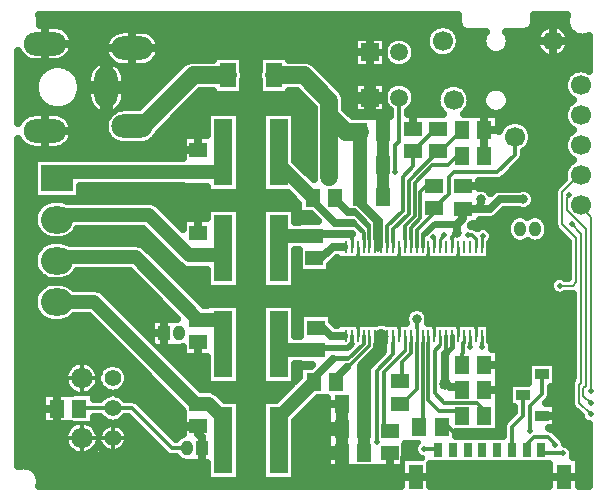
<source format=gbr>
G04 DipTrace 3.3.1.3*
G04 Bottom.gbr*
%MOIN*%
G04 #@! TF.FileFunction,Copper,L2,Bot*
G04 #@! TF.Part,Single*
G04 #@! TA.AperFunction,Nonconductor*
%ADD10C,0.009843*%
G04 #@! TA.AperFunction,CopperBalancing*
%ADD13C,0.03937*%
%ADD14C,0.012992*%
%ADD15C,0.025984*%
G04 #@! TA.AperFunction,Conductor*
%ADD16C,0.015748*%
%ADD17C,0.023622*%
G04 #@! TA.AperFunction,Nonconductor*
%ADD18C,0.019685*%
G04 #@! TA.AperFunction,Conductor*
%ADD19C,0.01122*%
%ADD20C,0.007874*%
G04 #@! TA.AperFunction,CopperBalancing*
%ADD21C,0.047244*%
G04 #@! TA.AperFunction,Conductor*
%ADD22C,0.059055*%
G04 #@! TA.AperFunction,CopperBalancing*
%ADD23C,0.031496*%
%ADD25C,0.003937*%
%ADD26C,0.025*%
%ADD27C,0.043307*%
%ADD28C,0.017717*%
%ADD30R,0.059055X0.051181*%
%ADD31R,0.051181X0.059055*%
%ADD36R,0.055118X0.082677*%
G04 #@! TA.AperFunction,ComponentPad*
%ADD38O,0.137795X0.07874*%
%ADD39O,0.07874X0.137795*%
%ADD40O,0.141732X0.07874*%
%ADD41C,0.066929*%
%ADD42R,0.066929X0.066929*%
%ADD43R,0.05937X0.05937*%
%ADD44C,0.05937*%
%ADD45R,0.106299X0.090551*%
%ADD46O,0.106299X0.090551*%
%ADD47R,0.031496X0.047244*%
%ADD48R,0.051181X0.084646*%
G04 #@! TA.AperFunction,ComponentPad*
%ADD49R,0.03937X0.051181*%
%ADD50O,0.03937X0.051181*%
%ADD52R,0.062992X0.224409*%
%ADD58R,0.049213X0.035433*%
%ADD63R,0.01122X0.03937*%
%ADD64R,0.334646X0.137795*%
G04 #@! TA.AperFunction,ComponentPad*
%ADD69C,0.055118*%
%ADD70C,0.070866*%
G04 #@! TA.AperFunction,ViaPad*
%ADD73C,0.04*%
%FSLAX26Y26*%
G04*
G70*
G90*
G75*
G01*
G04 Bottom*
%LPD*%
X4046526Y829843D2*
D14*
Y770936D1*
D15*
X4043307Y767717D1*
Y673228D1*
X4059055Y657480D1*
X4086614D1*
X4094488Y649606D1*
X4098425D1*
X4043307Y669291D2*
D14*
Y673228D1*
X4066211Y829843D2*
D16*
Y790621D1*
X4046526Y770936D1*
X4303150Y1283465D2*
D15*
X4224409D1*
X4192913Y1251969D1*
X4160711D1*
X4102362D1*
Y1220472D1*
X4082677Y1200787D1*
D17*
X4007874D1*
D18*
X3976378Y1169291D1*
X3972441D1*
D14*
X3967786Y1164636D1*
Y1125118D1*
X4082677Y1173228D2*
D15*
Y1200787D1*
X4098425Y1216535D1*
Y1248031D1*
X4102362Y1251969D1*
X4161417Y1283465D2*
X4160711Y1251969D1*
X4066211Y1125118D2*
D19*
Y1151299D1*
D14*
Y1156762D1*
X4082677Y1173228D1*
X2935039Y588189D2*
X2824409D1*
X2822835Y586614D1*
X2935039Y588189D2*
X2998425D1*
X3132480Y454134D1*
X3181693D1*
X4003937Y1157480D2*
X4007156Y1154261D1*
D19*
Y1125118D1*
X4039370Y1165354D2*
X4026841Y1152825D1*
Y1125118D1*
X3889046D2*
Y1098937D1*
D14*
Y1075521D1*
X3987471Y1125118D2*
D19*
Y1098937D1*
D14*
Y1075521D1*
X4085896Y1125118D2*
D19*
Y1098937D1*
D14*
Y1075521D1*
X3834646Y1507874D2*
D13*
Y1397638D1*
Y1291339D1*
X3889046Y1098937D2*
D14*
Y1026693D1*
X3938259Y977480D1*
X3987471Y1098937D2*
Y1026693D1*
X3938259Y977480D1*
X4085896Y1098937D2*
Y1055836D1*
X4007541Y977480D1*
X3938259D1*
X3699341Y600306D2*
D13*
Y519980D1*
Y439655D1*
X3699136D1*
X3751251Y1125118D2*
D19*
Y1098937D1*
D14*
Y1087332D1*
X3779528Y1059055D1*
X3856684D1*
X3938259Y977480D1*
X3751251Y829843D2*
D19*
Y856024D1*
D14*
Y906230D1*
X3822501Y977480D1*
X3938259D1*
X4007156Y829843D2*
D19*
Y856024D1*
D14*
Y908583D1*
X3938259Y977480D1*
X4085896Y829843D2*
D19*
Y856024D1*
D14*
Y928416D1*
X4036832Y977480D1*
X3938259D1*
X4144951Y829843D2*
D19*
Y856024D1*
D14*
Y957411D1*
X4124882Y977480D1*
X3938259D1*
X4173228Y1429134D2*
D15*
Y1515748D1*
X4031496Y523622D2*
D14*
X4055118D1*
X4082677Y496063D1*
X4228346D1*
Y570866D1*
X4244094Y586614D1*
Y728346D1*
X4263780Y748031D1*
Y767717D1*
X3889046Y829843D2*
D19*
Y856024D1*
D14*
Y928268D1*
X3938259Y977480D1*
X3231693Y454134D2*
D15*
Y491131D1*
X3220472Y502352D1*
Y527559D1*
X2831890Y688189D2*
D14*
X2887896D1*
X2888902Y689194D1*
X2935039Y488189D2*
X2831890D1*
Y539563D1*
Y688189D2*
Y639059D1*
X2829201Y636370D1*
X2752609D1*
X2748031Y631793D1*
Y586614D1*
X3759843Y1397638D2*
D21*
Y1507874D1*
Y1397638D2*
Y1291339D1*
X3657480Y1358268D2*
D22*
Y1547244D1*
Y1610236D1*
X3570866Y1696850D1*
X3472441D1*
X3810306Y1125118D2*
D19*
Y1151299D1*
D14*
Y1207944D1*
X3816929Y1214567D1*
D23*
X3759843Y1271654D1*
Y1291339D1*
X3829991Y1125118D2*
D19*
Y1151299D1*
D14*
Y1201505D1*
X3816929Y1214567D1*
X3819786Y1114190D2*
X3816929Y1214567D1*
X3759843Y1507874D2*
D22*
X3712598D1*
X3673228Y1547244D1*
X3657480D1*
X3773940Y439655D2*
D13*
Y519980D1*
X3774144D1*
Y600306D2*
D21*
Y519980D1*
X3849676Y829843D2*
D19*
X3829991D1*
X3810306D1*
X3829991D2*
D21*
X3826772Y779528D1*
X3774144Y726900D1*
Y600306D1*
D14*
D3*
X3948101Y1125118D2*
Y1180385D1*
X4006352Y1238635D1*
Y1254068D1*
X4055118Y1302835D1*
Y1358268D1*
X4070866Y1374016D1*
X4216535D1*
X4275591Y1433071D1*
Y1492126D1*
X3908731Y1125118D2*
D19*
Y1151299D1*
D14*
Y1196133D1*
X3940945Y1228346D1*
Y1338583D1*
X4000000Y1397638D1*
X4051181D1*
X4098425Y1444882D1*
Y1429134D1*
X3928416Y1125118D2*
D19*
Y1151299D1*
D14*
Y1188259D1*
X3960630Y1220472D1*
Y1307087D1*
X3980315Y1326772D1*
X4006352D1*
Y1328871D1*
X3948101Y829843D2*
D19*
Y803661D1*
D14*
Y652825D1*
X3897638Y602362D1*
X3893701D1*
X3948101Y829843D2*
D19*
Y856024D1*
D14*
Y885109D1*
X3948819Y885827D1*
X3908731Y829843D2*
D19*
Y778810D1*
D14*
X3838583Y708661D1*
Y511811D1*
X3858268D1*
X4026841Y829843D2*
D19*
Y798495D1*
D14*
X4007874Y779528D1*
Y637795D1*
X4039370Y606299D1*
X4149606D1*
X4169291Y586614D1*
X4173739Y561626D1*
X3987471Y829843D2*
D19*
Y803661D1*
D14*
Y614891D1*
X4023622Y578740D1*
X4098936D1*
Y561626D1*
X4098731Y732503D2*
Y767411D1*
X4102362Y771042D1*
Y803661D1*
D19*
X4105581D1*
Y829843D1*
X3967786D2*
Y803661D1*
D14*
Y547962D1*
X3956693Y536869D1*
Y523622D1*
X3605619Y675071D2*
D21*
X3488189Y557640D1*
Y480315D1*
X3770936Y829843D2*
D14*
Y802432D1*
X3718583Y750079D1*
X3668126D1*
D15*
X3605619Y687572D1*
D14*
Y675071D1*
X3716535Y724409D2*
D15*
X3680423Y688297D1*
D14*
Y675071D1*
X3790621Y829843D2*
D19*
Y794558D1*
D14*
X3680423Y684360D1*
Y675071D1*
X3711881Y829843D2*
D19*
X3705630D1*
D15*
X3663370D1*
X3636873Y856340D1*
D14*
X3613493D1*
X3770936Y1125118D2*
D19*
Y1151299D1*
D14*
Y1172324D1*
X3736883Y1206377D1*
D15*
X3675513D1*
X3606299Y1275591D1*
D14*
Y1283465D1*
X3602362Y1287402D1*
D21*
X3488189Y1401575D1*
Y1440655D1*
X3677165Y1287402D2*
D14*
X3692913D1*
Y1267717D1*
D15*
X3720472Y1240157D1*
X3740157D1*
D14*
X3790621Y1189694D1*
Y1151299D1*
D19*
Y1125118D1*
X3731566D2*
Y1151299D1*
D14*
Y1168873D1*
D15*
X3613493D1*
D14*
X3607243Y1162622D1*
D21*
X3488189D1*
Y1120542D1*
X3607243Y1087819D2*
D15*
X3630827D1*
X3668126Y1125118D1*
X3704724D1*
D19*
X3711881D1*
X3303150Y480315D2*
D21*
Y555118D1*
X3255906Y602362D1*
X3220472D1*
X3212598D1*
X2874016Y940945D1*
X2748031D1*
X3303150Y800428D2*
Y881890D1*
X3220472D1*
X3011811Y1090551D1*
X2775591D1*
X2763780Y1078740D1*
X2748031D1*
X3303150Y1440655D2*
Y1374016D1*
X3220472D1*
X2783465D1*
D14*
Y1385827D1*
X2748031D1*
Y1354331D1*
X3303150Y1120542D2*
D21*
Y1098425D1*
X3220472D1*
X3188976D1*
X3055118Y1232283D1*
X2748031D1*
Y1216535D1*
X3869361Y1125118D2*
D19*
Y1141732D1*
D14*
Y1184322D1*
X3921260Y1236220D1*
Y1346457D1*
X4019685Y1444882D1*
X4027559D1*
X4098425Y1515748D1*
X4019685Y1519685D2*
X4011811D1*
X3937008Y1444882D1*
X3849676Y1125118D2*
D19*
Y1141732D1*
D14*
Y1194156D1*
X3901575Y1246055D1*
Y1358268D1*
X3937008Y1393701D1*
Y1444882D1*
X4118110Y1165354D2*
X4130896D1*
X4144951Y1151299D1*
D19*
Y1125118D1*
X4165354Y791339D2*
D14*
Y802944D1*
X4164636Y803661D1*
D19*
Y829843D1*
Y1125118D2*
Y1161417D1*
X4169291D1*
X3318903Y1696850D2*
D22*
X3204724D1*
X3035433Y1527559D1*
X3000000D1*
X3876986Y1374356D2*
D14*
Y1463934D1*
X3888438Y1475387D1*
Y1621906D1*
X3889761Y1623228D1*
X3928416Y829843D2*
D19*
Y803661D1*
D14*
Y770936D1*
X3897638Y740157D1*
Y681102D1*
X3893701Y677165D1*
X4425197Y996063D2*
D20*
X4468504D1*
X4480315Y1007874D1*
Y1153543D1*
X4433071Y1200787D1*
Y1307087D1*
X4489764Y1363780D1*
X4496063D1*
X4456693Y1299213D2*
Y1295276D1*
X4448819Y1287402D1*
Y1248031D1*
X4511811Y1185039D1*
Y661417D1*
X4503937Y653543D1*
Y629921D1*
X4527559Y606299D1*
X4464567Y1200787D2*
X4496063Y1169291D1*
Y673228D1*
X4488189Y665354D1*
Y606299D1*
X4527559Y566929D1*
Y645669D2*
Y1224409D1*
X4496063Y1255906D1*
Y1263780D1*
X4326772Y511811D2*
D14*
Y594488D1*
X4366142Y633858D1*
Y700787D1*
X4125984Y791339D2*
Y802944D1*
X4125266Y803661D1*
D19*
Y829843D1*
X3731566D2*
D14*
Y801017D1*
D18*
X3718131Y787583D1*
X3613493D1*
Y781537D1*
D21*
X3507080D1*
X3488189Y800428D1*
X3972441Y452756D2*
D14*
X4015748D1*
X4019685Y448819D1*
X4070866Y437008D2*
Y446850D1*
X4068898Y448819D1*
X4118110Y437008D2*
Y448819D1*
X4169291Y437008D2*
Y446850D1*
X4167323Y448819D1*
X4216535Y437008D2*
Y448819D1*
X3814961Y476378D2*
Y712598D1*
X3869361Y766999D1*
Y804379D1*
D19*
Y829843D1*
X4409449Y464567D2*
D14*
Y468504D1*
X4385827Y492126D1*
X4338583D1*
X4314961Y468504D1*
Y448819D1*
X4437008Y437008D2*
X4375984D1*
X4364173Y448819D1*
X4303150Y631891D2*
Y562992D1*
X4265748Y525591D1*
Y448819D1*
D13*
X3657480Y1358268D3*
D73*
X4043307Y669291D3*
X4515748Y496063D3*
D18*
X4169291Y1161417D3*
X4165354Y791339D3*
X4118110Y1165354D3*
X4125984Y791339D3*
X4039370Y1165354D3*
X4003937Y1157480D3*
X4527559Y645669D3*
Y606299D3*
Y566929D3*
X4464567Y1200787D3*
X4456693Y1299213D3*
D13*
X3826772Y779528D3*
D23*
X3948819Y885827D3*
D73*
X4007874Y944882D3*
D23*
X4303150Y1283465D3*
D18*
X3876986Y1374356D3*
D23*
X4161417Y1283465D3*
D18*
X4326772Y511811D3*
D23*
X4082677Y1173228D3*
D73*
X3401575Y598425D3*
X4381890Y976378D3*
X3874016D3*
X3759843D3*
X4141732D3*
X4381890Y767717D3*
X3070866Y370079D3*
D18*
X3263780Y1624016D3*
D73*
X3401575Y921260D3*
Y1338583D3*
Y370079D3*
Y679790D3*
Y997375D3*
X2889764Y1158793D3*
Y1006562D3*
D18*
X4425197Y996063D3*
D73*
X2889764Y837385D3*
Y1311024D3*
X3464567Y1868110D3*
D18*
X3291339Y1624016D3*
X4409449Y464567D3*
X4437008Y437008D3*
X3972441Y452756D3*
X4070866Y437008D3*
X4118110D3*
X4169291D3*
D73*
X3637518Y590551D3*
D18*
X4216535Y437008D3*
D73*
X3637518Y492126D3*
D18*
X3251969Y1775591D3*
D73*
X3921260Y1868110D3*
D18*
X3295276Y1775591D3*
D73*
X4263780Y976378D3*
Y767717D3*
X4480315Y464567D3*
D18*
X3814961Y476378D3*
X3263780Y1578740D3*
X3291339D3*
X3277559Y1600394D3*
X3251969Y1816929D3*
X3295276D3*
X3273622Y1797244D3*
X3670492Y756806D2*
D25*
X3722016D1*
X3670492Y753000D2*
X3722016D1*
X3722406Y760612D2*
X3670102D1*
X3670094Y752054D1*
X3722406Y752047D1*
X3722413Y760605D1*
X2694818Y1872080D2*
D26*
X4083559D1*
X4341614D2*
X4442975D1*
X2787255Y1847211D2*
X2949152D1*
X3050824D2*
X3989148D1*
X4081705D2*
X4098487D1*
X4326722D2*
X4355310D1*
X2802362Y1822343D2*
X2915924D1*
X3084089D2*
X3735841D1*
X3846843D2*
X3866352D1*
X3913157D2*
X3977270D1*
X4093583D2*
X4165411D1*
X4259798D2*
X4343432D1*
X4459709D2*
X4521597D1*
X2805089Y1797474D2*
X2906091D1*
X3093921D2*
X3735841D1*
X3939604D2*
X3977773D1*
X4093080D2*
X4166056D1*
X4259152D2*
X4343934D1*
X4459243D2*
X4521597D1*
X2797409Y1772605D2*
X2907060D1*
X3092953D2*
X3735841D1*
X3945273D2*
X3991121D1*
X4079768D2*
X4184609D1*
X4240564D2*
X4357248D1*
X4445894D2*
X4521597D1*
X2622475Y1747736D2*
X2645320D1*
X2772004D2*
X2895290D1*
X3080572D2*
X3187925D1*
X3372274D2*
X3419055D1*
X3587652D2*
X3735841D1*
X3938528D2*
X4521597D1*
X2622475Y1722867D2*
X2707688D1*
X2796226D2*
X2859442D1*
X2967322D2*
X3153476D1*
X3372274D2*
X3419055D1*
X3622101D2*
X3735841D1*
X3846843D2*
X3871950D1*
X3907559D2*
X4521597D1*
X2622475Y1697999D2*
X2683286D1*
X2820627D2*
X2849143D1*
X2977621D2*
X3128609D1*
X3374248D2*
X3417081D1*
X3646969D2*
X4448249D1*
X2622475Y1673130D2*
X2673454D1*
X2830459D2*
X2848175D1*
X2978589D2*
X3103741D1*
X3372274D2*
X3419055D1*
X3671836D2*
X3735841D1*
X3846843D2*
X3869366D1*
X3910143D2*
X4437556D1*
X2622475Y1648261D2*
X2672413D1*
X2831500D2*
X2848175D1*
X2978589D2*
X3078874D1*
X3372274D2*
X3419055D1*
X3696703D2*
X3735841D1*
X3938993D2*
X4022950D1*
X4118773D2*
X4179083D1*
X4246126D2*
X4438920D1*
X2622475Y1623392D2*
X2679769D1*
X2824180D2*
X2848353D1*
X2978409D2*
X3054005D1*
X3208499D2*
X3567077D1*
X3711165D2*
X3735841D1*
X3945273D2*
X4012329D1*
X4129395D2*
X4164945D1*
X4260265D2*
X4453633D1*
X2622475Y1598524D2*
X2699039D1*
X2804909D2*
X2855530D1*
X2971234D2*
X3029138D1*
X3183631D2*
X3591946D1*
X3712852D2*
X3735841D1*
X3939173D2*
X4013764D1*
X4127959D2*
X4166739D1*
X4258471D2*
X4448644D1*
X2622475Y1573655D2*
X2664375D1*
X2752950D2*
X2879537D1*
X3158764D2*
X3245843D1*
X3360469D2*
X3430861D1*
X3545524D2*
X3602136D1*
X3920765D2*
X4028584D1*
X4113176D2*
X4188126D1*
X4237084D2*
X4437629D1*
X2793283Y1548786D2*
X2908962D1*
X3133896D2*
X3245843D1*
X3360469D2*
X3430861D1*
X3545524D2*
X3602136D1*
X4224631D2*
X4269223D1*
X4281953D2*
X4438777D1*
X2804192Y1523917D2*
X2905374D1*
X3109029D2*
X3245843D1*
X3360469D2*
X3430861D1*
X3545524D2*
X3602136D1*
X4325143D2*
X4453130D1*
X2804049Y1499049D2*
X2912119D1*
X3087857D2*
X3245843D1*
X3360469D2*
X3430861D1*
X3545524D2*
X3602136D1*
X4334474D2*
X4449039D1*
X2792816Y1474180D2*
X2935085D1*
X3064927D2*
X3165104D1*
X3360469D2*
X3430861D1*
X3545524D2*
X3602136D1*
X4331962D2*
X4437736D1*
X2622475Y1449311D2*
X2669686D1*
X2747639D2*
X3165104D1*
X3360469D2*
X3430861D1*
X3545524D2*
X3602136D1*
X4315419D2*
X4438633D1*
X2622475Y1424442D2*
X3165104D1*
X3360469D2*
X3430861D1*
X3545524D2*
X3602136D1*
X4306627D2*
X4452592D1*
X2622475Y1399573D2*
X2669041D1*
X3360469D2*
X3430861D1*
X3559088D2*
X3602136D1*
X4286783D2*
X4449470D1*
X2622475Y1374705D2*
X2669041D1*
X3360469D2*
X3430861D1*
X3583955D2*
X3602136D1*
X4261916D2*
X4437844D1*
X2622475Y1349836D2*
X2669041D1*
X3360469D2*
X3430861D1*
X4236509D2*
X4434757D1*
X2622475Y1324967D2*
X2669041D1*
X2827014D2*
X3245843D1*
X3360469D2*
X3430861D1*
X4157707D2*
X4409997D1*
X2622475Y1300098D2*
X2669041D1*
X2827014D2*
X3520787D1*
X4341004D2*
X4403323D1*
X2622475Y1275230D2*
X2702126D1*
X3076589D2*
X3545655D1*
X4343839D2*
X4403323D1*
X2622475Y1250361D2*
X2677975D1*
X3105942D2*
X3245843D1*
X3360469D2*
X3430861D1*
X4326399D2*
X4403323D1*
X2622475Y1225492D2*
X2669650D1*
X3130810D2*
X3245843D1*
X3360469D2*
X3430861D1*
X3545524D2*
X3602531D1*
X4220290D2*
X4264415D1*
X4370644D2*
X4403323D1*
X2622475Y1200623D2*
X2670942D1*
X3360469D2*
X3430861D1*
X4135280D2*
X4248123D1*
X4386936D2*
X4403323D1*
X2622475Y1175755D2*
X2682497D1*
X2813558D2*
X3042738D1*
X3360469D2*
X3430861D1*
X4201702D2*
X4247155D1*
X4387904D2*
X4417030D1*
X2622475Y1150886D2*
X2717735D1*
X2778320D2*
X3067606D1*
X3360469D2*
X3430861D1*
X4203245D2*
X4257597D1*
X4377462D2*
X4441899D1*
X2622475Y1126017D2*
X2687951D1*
X3045083D2*
X3092474D1*
X3360469D2*
X3430861D1*
X4196068D2*
X4450546D1*
X2622475Y1101148D2*
X2672808D1*
X3070094D2*
X3117341D1*
X3360469D2*
X3430861D1*
X4196068D2*
X4450546D1*
X2622475Y1076280D2*
X2669112D1*
X3094962D2*
X3142209D1*
X3360469D2*
X3430861D1*
X3673164D2*
X4450546D1*
X2622475Y1051411D2*
X2674745D1*
X3119829D2*
X3165104D1*
X3360469D2*
X3430861D1*
X3662614D2*
X4450546D1*
X2622475Y1026542D2*
X2693155D1*
X2802936D2*
X3006925D1*
X3144734D2*
X3245843D1*
X3360469D2*
X3430861D1*
X3545524D2*
X4409602D1*
X2622475Y1001673D2*
X2705749D1*
X2790304D2*
X3031794D1*
X3169601D2*
X3245843D1*
X3360469D2*
X3430861D1*
X3545524D2*
X4390010D1*
X2622475Y976804D2*
X2679160D1*
X2906822D2*
X3056661D1*
X3194469D2*
X4395680D1*
X2622475Y951936D2*
X2669937D1*
X2931904D2*
X3081529D1*
X3219336D2*
X4466299D1*
X2622475Y927067D2*
X2670475D1*
X2956772D2*
X3106396D1*
X3360469D2*
X3430861D1*
X3545524D2*
X4466299D1*
X2622475Y902198D2*
X2681062D1*
X2981676D2*
X3131264D1*
X3360469D2*
X3430861D1*
X3545524D2*
X3558143D1*
X3668857D2*
X3910848D1*
X3986791D2*
X4466299D1*
X2622475Y877329D2*
X2711993D1*
X2784097D2*
X2868736D1*
X3006543D2*
X3059424D1*
X3360469D2*
X3430861D1*
X3545524D2*
X3558143D1*
X3669755D2*
X3908193D1*
X3989446D2*
X4466299D1*
X2622475Y852461D2*
X2893604D1*
X3031411D2*
X3059424D1*
X3360469D2*
X3430861D1*
X3545524D2*
X3558143D1*
X4196068D2*
X4466299D1*
X2622475Y827592D2*
X2918471D1*
X3360469D2*
X3430861D1*
X4196068D2*
X4466299D1*
X2622475Y802723D2*
X2943339D1*
X3360469D2*
X3430861D1*
X4199010D2*
X4466299D1*
X2622475Y777854D2*
X2968206D1*
X3106014D2*
X3165104D1*
X3360469D2*
X3430861D1*
X4224955D2*
X4466299D1*
X2622475Y752986D2*
X2993075D1*
X3130882D2*
X3245843D1*
X3360469D2*
X3430861D1*
X4224955D2*
X4466299D1*
X2622475Y728117D2*
X2786274D1*
X2877504D2*
X2900996D1*
X2969080D2*
X3017942D1*
X3155749D2*
X3245843D1*
X3360469D2*
X3430861D1*
X3545524D2*
X3592304D1*
X4224955D2*
X4315694D1*
X4416576D2*
X4466299D1*
X2622475Y703248D2*
X2772602D1*
X2986161D2*
X3042810D1*
X3180617D2*
X3245843D1*
X3360469D2*
X3430861D1*
X4224955D2*
X4315694D1*
X4416576D2*
X4466299D1*
X2622475Y678379D2*
X2771454D1*
X2987488D2*
X3067677D1*
X3205486D2*
X3245843D1*
X3360469D2*
X3430861D1*
X4224631D2*
X4315694D1*
X4416576D2*
X4461743D1*
X2622475Y653510D2*
X2781967D1*
X2881810D2*
X2895290D1*
X2974786D2*
X3092546D1*
X3230353D2*
X3515154D1*
X4224631D2*
X4252717D1*
X4398455D2*
X4458441D1*
X2622475Y628642D2*
X2696600D1*
X2874238D2*
X2901677D1*
X2968398D2*
X3117413D1*
X3298533D2*
X3490286D1*
X4224631D2*
X4252717D1*
X4397988D2*
X4458441D1*
X2622475Y603773D2*
X2696600D1*
X3027500D2*
X3142281D1*
X3360469D2*
X3430861D1*
X3603226D2*
X3647925D1*
X4225171D2*
X4252717D1*
X4416576D2*
X4458549D1*
X2622475Y578904D2*
X2696600D1*
X3052403D2*
X3165104D1*
X3360469D2*
X3430861D1*
X3578357D2*
X3647925D1*
X4225171D2*
X4270839D1*
X4416576D2*
X4474517D1*
X2622475Y554035D2*
X2696600D1*
X2874238D2*
X2894824D1*
X2975252D2*
X2987907D1*
X3077270D2*
X3165104D1*
X3360469D2*
X3430861D1*
X3553490D2*
X3647925D1*
X4225171D2*
X4249524D1*
X4416576D2*
X4494505D1*
X2622475Y529167D2*
X2787278D1*
X2876499D2*
X2902360D1*
X2967717D2*
X3012774D1*
X3102139D2*
X3165104D1*
X3360469D2*
X3430861D1*
X3545524D2*
X3647925D1*
X4416576D2*
X4521597D1*
X2622475Y504298D2*
X2772888D1*
X2985802D2*
X3037643D1*
X3127007D2*
X3165104D1*
X3360469D2*
X3430861D1*
X3545524D2*
X3647925D1*
X4082925D2*
X4233411D1*
X4418335D2*
X4521597D1*
X2622475Y479429D2*
X2771274D1*
X2987668D2*
X3062510D1*
X3360469D2*
X3430861D1*
X3545524D2*
X3647710D1*
X4441588D2*
X4521597D1*
X2622475Y454560D2*
X2781214D1*
X2975719D2*
X3087378D1*
X3360469D2*
X3430861D1*
X3545524D2*
X3647710D1*
X4467639D2*
X4521597D1*
X2622475Y429692D2*
X2823845D1*
X2839930D2*
X3112891D1*
X3360469D2*
X3430861D1*
X3545524D2*
X3647710D1*
X4471874D2*
X4521597D1*
X2622475Y404823D2*
X3245843D1*
X3360469D2*
X3430861D1*
X3545524D2*
X3647710D1*
X4490390D2*
X4521597D1*
X2680356Y379954D2*
X3245843D1*
X3360469D2*
X3430861D1*
X3545524D2*
X3893480D1*
X3996301D2*
X4387570D1*
X4490390D2*
X4521597D1*
X2693669Y355085D2*
X3245843D1*
X3360469D2*
X3430861D1*
X3545524D2*
X3893480D1*
X3996301D2*
X4387570D1*
X4490390D2*
X4521597D1*
X2693705Y330217D2*
X3893480D1*
X3996301D2*
X4387570D1*
X4490390D2*
X4521597D1*
X3918265Y1568602D2*
X4036984D1*
X4030709Y1574016D1*
X4024921Y1580793D1*
X4020265Y1588391D1*
X4016854Y1596623D1*
X4014774Y1605289D1*
X4014075Y1614173D1*
X4014774Y1623058D1*
X4016854Y1631723D1*
X4020265Y1639955D1*
X4024921Y1647554D1*
X4030709Y1654331D1*
X4037486Y1660118D1*
X4045084Y1664774D1*
X4053316Y1668185D1*
X4061982Y1670265D1*
X4070866Y1670965D1*
X4079751Y1670265D1*
X4088416Y1668185D1*
X4096648Y1664774D1*
X4104247Y1660118D1*
X4111024Y1654331D1*
X4116811Y1647554D1*
X4121467Y1639955D1*
X4124878Y1631723D1*
X4126958Y1623058D1*
X4127657Y1614173D1*
X4126958Y1605289D1*
X4124878Y1596623D1*
X4121467Y1588391D1*
X4116811Y1580793D1*
X4111024Y1574016D1*
X4104726Y1568605D1*
X4205387Y1568644D1*
X4198354Y1570333D1*
X4191672Y1573101D1*
X4185504Y1576881D1*
X4180004Y1581579D1*
X4175306Y1587079D1*
X4171526Y1593247D1*
X4168759Y1599929D1*
X4167070Y1606962D1*
X4166503Y1614173D1*
X4167070Y1621385D1*
X4168759Y1628417D1*
X4171526Y1635100D1*
X4175306Y1641268D1*
X4180004Y1646768D1*
X4185504Y1651466D1*
X4191672Y1655245D1*
X4198354Y1658013D1*
X4205387Y1659702D1*
X4212598Y1660269D1*
X4219810Y1659702D1*
X4226843Y1658013D1*
X4233525Y1655245D1*
X4239693Y1651466D1*
X4245193Y1646768D1*
X4249891Y1641268D1*
X4253671Y1635100D1*
X4256438Y1628417D1*
X4258127Y1621385D1*
X4258694Y1614173D1*
X4258127Y1606962D1*
X4256438Y1599929D1*
X4253671Y1593247D1*
X4249891Y1587079D1*
X4245193Y1581579D1*
X4239693Y1576881D1*
X4233525Y1573101D1*
X4226843Y1570333D1*
X4219458Y1568604D1*
X4222146Y1568602D1*
Y1511339D1*
X4224990Y1517908D1*
X4229646Y1525507D1*
X4235433Y1532283D1*
X4242210Y1538071D1*
X4249808Y1542727D1*
X4258041Y1546138D1*
X4266706Y1548218D1*
X4275591Y1548917D1*
X4284475Y1548218D1*
X4293140Y1546138D1*
X4301373Y1542727D1*
X4308971Y1538071D1*
X4315748Y1532283D1*
X4321535Y1525507D1*
X4326192Y1517908D1*
X4329602Y1509676D1*
X4331682Y1501010D1*
X4332382Y1492126D1*
X4331682Y1483241D1*
X4329602Y1474576D1*
X4326192Y1466344D1*
X4321535Y1458745D1*
X4315748Y1451969D1*
X4308971Y1446181D1*
X4305424Y1443810D1*
X4305322Y1430731D1*
X4304589Y1426109D1*
X4303143Y1421657D1*
X4301018Y1417488D1*
X4298268Y1413702D1*
X4244713Y1360017D1*
X4235904Y1351339D1*
X4232118Y1348588D1*
X4227949Y1346463D1*
X4223497Y1345017D1*
X4218875Y1344285D1*
X4155210Y1344193D1*
X4155304Y1322058D1*
X4161417Y1322539D1*
X4167530Y1322058D1*
X4173492Y1320627D1*
X4179157Y1318281D1*
X4184385Y1315076D1*
X4189047Y1311094D1*
X4193029Y1306432D1*
X4194222Y1304648D1*
X4200823Y1311081D1*
X4205433Y1314432D1*
X4210510Y1317018D1*
X4215930Y1318780D1*
X4221560Y1319672D1*
X4270341Y1319783D1*
X4288749D1*
X4294028Y1321459D1*
X4300084Y1322419D1*
X4306215D1*
X4312272Y1321459D1*
X4318102Y1319566D1*
X4323566Y1316781D1*
X4328526Y1313177D1*
X4332862Y1308841D1*
X4336466Y1303881D1*
X4339251Y1298417D1*
X4341144Y1292587D1*
X4342104Y1286530D1*
Y1280399D1*
X4341144Y1274343D1*
X4339251Y1268512D1*
X4336466Y1263049D1*
X4332862Y1258088D1*
X4328526Y1253752D1*
X4323566Y1250148D1*
X4318102Y1247364D1*
X4312272Y1245470D1*
X4306215Y1244510D1*
X4300084D1*
X4294028Y1245470D1*
X4288793Y1247144D1*
X4239455Y1247146D1*
X4216500Y1224352D1*
X4211890Y1221001D1*
X4206812Y1218415D1*
X4201392Y1216654D1*
X4195762Y1215761D1*
X4160802Y1215650D1*
X4155217Y1209022D1*
Y1203051D1*
X4134224D1*
X4131745Y1199125D1*
X4129972Y1196877D1*
X4130803Y1195999D1*
X4133236Y1195085D1*
X4137858Y1194353D1*
X4142308Y1192907D1*
X4146479Y1190782D1*
X4148433Y1189476D1*
X4151961Y1189698D1*
X4156598Y1192062D1*
X4161549Y1193671D1*
X4166689Y1194484D1*
X4171894D1*
X4177034Y1193671D1*
X4181984Y1192062D1*
X4186622Y1189698D1*
X4190833Y1186639D1*
X4194513Y1182959D1*
X4197572Y1178748D1*
X4199936Y1174110D1*
X4201545Y1169160D1*
X4202358Y1164020D1*
Y1158815D1*
X4201545Y1153675D1*
X4199936Y1148724D1*
X4197572Y1144087D1*
X4194513Y1139875D1*
X4193567Y1138852D1*
X4193573Y1082106D1*
X4076644D1*
X3997904Y1082142D1*
X3879794Y1082106D1*
X3801054Y1082142D1*
X3741999D1*
X3682944Y1082106D1*
Y1088601D1*
X3660105Y1065734D1*
X3660097Y1038902D1*
X3554388D1*
Y1115678D1*
X3543046Y1115673D1*
X3543012Y985010D1*
X3433366D1*
Y1256073D1*
X3543012D1*
Y1209604D1*
X3554395Y1209571D1*
X3554388Y1211539D1*
X3619016D1*
X3595963Y1234564D1*
X3553445Y1234547D1*
Y1269892D1*
X3518239Y1305129D1*
X3433366Y1305123D1*
Y1576186D1*
X3543012D1*
Y1413164D1*
X3605146Y1351013D1*
X3604626Y1358268D1*
Y1588332D1*
X3548983Y1643986D1*
X3523320Y1643996D1*
X3523327Y1632185D1*
X3421555D1*
Y1682530D1*
X3420238Y1688583D1*
X3419587Y1696850D1*
X3420238Y1705118D1*
X3421552Y1710983D1*
X3421555Y1761516D1*
X3523327D1*
Y1749710D1*
X3575013Y1749542D1*
X3583205Y1748244D1*
X3591093Y1745681D1*
X3598483Y1741916D1*
X3605193Y1737041D1*
X3627727Y1714738D1*
X3697671Y1644563D1*
X3702546Y1637853D1*
X3706311Y1630463D1*
X3708874Y1622575D1*
X3710172Y1614383D1*
X3710335Y1584866D1*
X3734479Y1560741D1*
X3858609Y1560728D1*
X3858601Y1580341D1*
X3852276Y1585743D1*
X3846874Y1592068D1*
X3844346Y1595913D1*
X3844353Y1570217D1*
X3738329D1*
Y1676240D1*
X3844353D1*
X3844562Y1650927D1*
X3849450Y1657656D1*
X3855333Y1663539D1*
X3862063Y1668428D1*
X3869475Y1672205D1*
X3877386Y1674776D1*
X3885602Y1676076D1*
X3893920D1*
X3902136Y1674776D1*
X3910047Y1672205D1*
X3917459Y1668428D1*
X3924189Y1663539D1*
X3930072Y1657656D1*
X3934961Y1650927D1*
X3938738Y1643514D1*
X3941308Y1635604D1*
X3942609Y1627387D1*
Y1619070D1*
X3941308Y1610853D1*
X3938738Y1602942D1*
X3934961Y1595530D1*
X3930072Y1588801D1*
X3924189Y1582917D1*
X3918257Y1578562D1*
X3918261Y1568618D1*
X3650425Y547451D2*
X3650424Y622213D1*
X3619192Y622217D1*
X3543030Y546087D1*
X3543012Y344783D1*
X3433366D1*
Y615846D1*
X3479980D1*
X3529058Y664904D1*
X3433366Y664896D1*
Y935959D1*
X3543012D1*
Y828486D1*
X3560655D1*
X3560639Y905257D1*
X3666348D1*
Y878236D1*
X3678413Y866163D1*
X3682927Y866161D1*
X3682944Y872854D1*
X3811391Y872950D1*
X3818364Y875329D1*
X3825622Y876588D1*
X3832988Y876696D1*
X3840281Y875650D1*
X3847320Y873476D1*
X3848728Y872852D1*
X3911932Y872854D1*
X3910226Y879714D1*
X3909744Y885827D1*
X3910226Y891940D1*
X3911656Y897902D1*
X3914003Y903567D1*
X3917207Y908794D1*
X3921189Y913457D1*
X3925852Y917438D1*
X3931079Y920643D1*
X3936744Y922990D1*
X3942706Y924420D1*
X3948819Y924902D1*
X3954932Y924420D1*
X3960894Y922990D1*
X3966559Y920643D1*
X3971786Y917438D1*
X3976449Y913457D1*
X3980430Y908794D1*
X3983635Y903567D1*
X3985982Y897902D1*
X3987412Y891940D1*
X3987894Y885827D1*
X3987412Y879714D1*
X3985654Y872864D1*
X4193573Y872854D1*
X4193718Y812159D1*
X4194811Y807600D1*
X4197608Y799081D1*
X4198421Y793941D1*
Y788736D1*
X4198108Y785357D1*
X4222451D1*
Y679648D1*
X4222143D1*
X4222146Y614479D1*
X4222656Y614480D1*
Y508772D1*
X4080427D1*
X4080413Y495773D1*
X4235916Y495768D1*
X4236017Y527930D1*
X4236749Y532552D1*
X4238196Y537004D1*
X4240320Y541173D1*
X4243071Y544959D1*
X4273307Y575325D1*
X4273327Y590874D1*
X4255217Y590848D1*
Y672934D1*
X4318193D1*
X4318209Y741831D1*
X4414075D1*
Y659744D1*
X4395954D1*
X4395873Y631518D1*
X4395140Y626896D1*
X4393694Y622446D1*
X4391570Y618276D1*
X4388819Y614490D1*
X4378475Y604016D1*
X4414075Y604035D1*
Y521949D1*
X4388167Y521857D1*
X4392789Y521125D1*
X4397239Y519678D1*
X4401409Y517554D1*
X4405196Y514803D1*
X4428194Y491934D1*
X4432903Y488021D1*
X4436283Y484063D1*
X4439003Y479626D1*
X4440995Y474816D1*
X4442207Y469765D1*
X4447257Y468554D1*
X4452067Y466562D1*
X4456504Y463843D1*
X4460462Y460462D1*
X4463843Y456504D1*
X4466562Y452067D1*
X4468554Y447257D1*
X4469769Y442197D1*
X4470177Y437008D1*
X4469769Y431819D1*
X4468554Y426759D1*
X4467563Y424121D1*
X4487894Y424114D1*
Y327463D1*
X4524067Y327461D1*
X4524091Y533962D1*
X4519816Y534676D1*
X4514866Y536285D1*
X4510228Y538648D1*
X4506017Y541707D1*
X4502337Y545387D1*
X4499278Y549598D1*
X4496915Y554236D1*
X4495306Y559186D1*
X4494948Y560992D1*
X4467457Y588593D1*
X4464942Y592054D1*
X4463000Y595866D1*
X4461678Y599934D1*
X4461009Y604160D1*
X4460925Y665354D1*
X4461261Y669619D1*
X4462260Y673780D1*
X4463896Y677732D1*
X4466133Y681379D1*
X4467463Y683067D1*
X4468799Y691601D1*
Y968806D1*
X4444067Y968799D1*
X4440256Y966509D1*
X4435446Y964517D1*
X4430386Y963302D1*
X4425197Y962894D1*
X4420008Y963302D1*
X4414948Y964517D1*
X4410138Y966509D1*
X4405701Y969228D1*
X4401743Y972609D1*
X4398362Y976567D1*
X4395643Y981004D1*
X4393651Y985814D1*
X4392436Y990874D1*
X4392028Y996063D1*
X4392436Y1001252D1*
X4393651Y1006312D1*
X4395643Y1011122D1*
X4398362Y1015559D1*
X4401743Y1019517D1*
X4405701Y1022898D1*
X4410138Y1025617D1*
X4414948Y1027609D1*
X4420008Y1028824D1*
X4425197Y1029232D1*
X4430386Y1028824D1*
X4435446Y1027609D1*
X4440256Y1025617D1*
X4444059Y1023322D1*
X4453079Y1023327D1*
X4453051Y1142260D1*
X4412340Y1183081D1*
X4409824Y1186542D1*
X4407882Y1190354D1*
X4406560Y1194423D1*
X4405891Y1198648D1*
X4405807Y1301837D1*
X4405891Y1309226D1*
X4406560Y1313451D1*
X4407882Y1317520D1*
X4409824Y1321332D1*
X4412340Y1324793D1*
X4440308Y1352881D1*
X4439446Y1359324D1*
Y1368235D1*
X4440841Y1377037D1*
X4443594Y1385513D1*
X4447640Y1393453D1*
X4452878Y1400663D1*
X4459180Y1406965D1*
X4466390Y1412202D1*
X4469171Y1413760D1*
X4462682Y1417835D1*
X4455906Y1423622D1*
X4450118Y1430399D1*
X4445462Y1437997D1*
X4442051Y1446230D1*
X4439971Y1454895D1*
X4439272Y1463780D1*
X4439971Y1472664D1*
X4442051Y1481329D1*
X4445462Y1489562D1*
X4450118Y1497160D1*
X4455906Y1503937D1*
X4462682Y1509724D1*
X4469171Y1513760D1*
X4462682Y1517835D1*
X4455906Y1523622D1*
X4450118Y1530399D1*
X4445462Y1537997D1*
X4442051Y1546230D1*
X4439971Y1554895D1*
X4439272Y1563780D1*
X4439971Y1572664D1*
X4442051Y1581329D1*
X4445462Y1589562D1*
X4450118Y1597160D1*
X4455906Y1603937D1*
X4462682Y1609724D1*
X4469171Y1613760D1*
X4462682Y1617835D1*
X4455906Y1623622D1*
X4450118Y1630399D1*
X4445462Y1637997D1*
X4442051Y1646230D1*
X4439971Y1654895D1*
X4439272Y1663780D1*
X4439971Y1672664D1*
X4442051Y1681329D1*
X4445462Y1689562D1*
X4450118Y1697160D1*
X4455906Y1703937D1*
X4462682Y1709724D1*
X4470281Y1714381D1*
X4478513Y1717791D1*
X4487178Y1719871D1*
X4496063Y1720571D1*
X4504948Y1719871D1*
X4513613Y1717791D1*
X4521845Y1714381D1*
X4524080Y1713130D1*
X4524091Y1828735D1*
X4516941Y1825814D1*
X4508576Y1823804D1*
X4500000Y1823130D1*
X4491424Y1823804D1*
X4483059Y1825814D1*
X4475112Y1829105D1*
X4467776Y1833600D1*
X4461235Y1839188D1*
X4455647Y1845728D1*
X4451152Y1853064D1*
X4447861Y1861012D1*
X4445852Y1869377D1*
X4445177Y1877953D1*
X4445852Y1886529D1*
X4447861Y1894894D1*
X4448623Y1896961D1*
X4339264Y1896949D1*
X4339185Y1872546D1*
X4337000Y1862156D1*
X4335664Y1859534D1*
X4330184Y1851609D1*
X4327950Y1849701D1*
X4319853Y1844478D1*
X4317059Y1843570D1*
X4307087Y1841831D1*
X4246909D1*
X4251902Y1835109D1*
X4255185Y1828664D1*
X4257420Y1821785D1*
X4258552Y1814640D1*
Y1807407D1*
X4257420Y1800262D1*
X4255185Y1793383D1*
X4251902Y1786938D1*
X4247650Y1781087D1*
X4242535Y1775972D1*
X4236684Y1771720D1*
X4230239Y1768437D1*
X4223360Y1766202D1*
X4216215Y1765070D1*
X4208982D1*
X4201837Y1766202D1*
X4194958Y1768437D1*
X4188513Y1771720D1*
X4182661Y1775972D1*
X4177547Y1781087D1*
X4173295Y1786938D1*
X4170012Y1793383D1*
X4167777Y1800262D1*
X4166644Y1807407D1*
Y1814640D1*
X4167777Y1821785D1*
X4170012Y1828664D1*
X4173295Y1835109D1*
X4177547Y1840961D1*
X4178344Y1841822D1*
X4116640Y1841917D1*
X4106253Y1844101D1*
X4103634Y1845434D1*
X4095703Y1850917D1*
X4093795Y1853152D1*
X4088572Y1861249D1*
X4087664Y1864043D1*
X4085925Y1874016D1*
Y1896946D1*
X2689218Y1896949D1*
X2691104Y1890751D1*
X2692449Y1882255D1*
Y1873651D1*
X2691238Y1865831D1*
X2744178Y1865718D1*
X2751467Y1864818D1*
X2758602Y1863072D1*
X2765483Y1860504D1*
X2772017Y1857148D1*
X2778113Y1853052D1*
X2783689Y1848270D1*
X2788667Y1842870D1*
X2792979Y1836925D1*
X2796567Y1830516D1*
X2799381Y1823731D1*
X2801381Y1816664D1*
X2802541Y1809411D1*
X2802827Y1801312D1*
X2802182Y1793996D1*
X2800686Y1786806D1*
X2798360Y1779839D1*
X2795234Y1773192D1*
X2791353Y1766957D1*
X2786769Y1761218D1*
X2781545Y1756054D1*
X2775753Y1751537D1*
X2769472Y1747728D1*
X2762790Y1744681D1*
X2755798Y1742434D1*
X2748589Y1741022D1*
X2741266Y1740462D1*
X2672766Y1740608D1*
X2665482Y1741551D1*
X2658358Y1743340D1*
X2651492Y1745950D1*
X2644979Y1749345D1*
X2638908Y1753478D1*
X2633361Y1758293D1*
X2628416Y1763723D1*
X2624140Y1769696D1*
X2620592Y1776126D1*
X2619959Y1777501D1*
X2619957Y1537437D1*
X2623739Y1544619D1*
X2627942Y1550643D1*
X2632820Y1556134D1*
X2638308Y1561016D1*
X2644329Y1565222D1*
X2650801Y1568696D1*
X2657634Y1571388D1*
X2664736Y1573264D1*
X2672008Y1574295D1*
X2682677Y1574508D1*
X2744178Y1574379D1*
X2751467Y1573479D1*
X2758602Y1571734D1*
X2765483Y1569165D1*
X2772017Y1565810D1*
X2778113Y1561714D1*
X2783689Y1556932D1*
X2788667Y1551531D1*
X2792979Y1545587D1*
X2796567Y1539177D1*
X2799381Y1532392D1*
X2801381Y1525325D1*
X2802541Y1518072D1*
X2802827Y1509974D1*
X2802182Y1502657D1*
X2800686Y1495467D1*
X2798360Y1488500D1*
X2795234Y1481853D1*
X2791353Y1475618D1*
X2786769Y1469879D1*
X2781545Y1464715D1*
X2775753Y1460198D1*
X2769472Y1456390D1*
X2762790Y1453343D1*
X2755798Y1451096D1*
X2748589Y1449684D1*
X2741266Y1449123D1*
X2672766Y1449269D1*
X2665482Y1450213D1*
X2658358Y1452001D1*
X2651492Y1454612D1*
X2644979Y1458007D1*
X2638908Y1462139D1*
X2633361Y1466954D1*
X2628416Y1472385D1*
X2624140Y1478357D1*
X2620592Y1484787D1*
X2619959Y1486163D1*
X2619957Y394383D1*
X2629219Y396668D1*
X2637795Y397343D1*
X2646371Y396668D1*
X2654736Y394659D1*
X2662684Y391367D1*
X2670020Y386873D1*
X2676560Y381285D1*
X2682148Y374744D1*
X2686643Y367408D1*
X2689934Y359461D1*
X2691944Y351096D1*
X2692618Y342520D1*
X2691944Y333944D1*
X2690469Y327472D1*
X3895950Y327461D1*
X3895965Y388088D1*
X3822854Y388091D1*
X3822857Y386801D1*
X3650219D1*
X3650424Y502034D1*
Y547457D1*
X3599281Y732619D2*
X3560639D1*
Y734593D1*
X3542982Y734588D1*
X3543012Y678849D1*
X3556715Y692563D1*
X3556702Y727925D1*
X3594633D1*
X3248331Y758169D2*
X3167618D1*
Y790199D1*
X3161650Y788818D1*
X3154921Y788287D1*
X3147921Y788871D1*
X3147933Y788287D1*
X3093067D1*
X3230097Y651260D1*
X3273327Y651280D1*
Y645933D1*
X3280436Y642392D1*
X3286396Y638063D1*
X3308819Y615845D1*
X3357972Y615846D1*
Y344783D1*
X3248327D1*
Y405248D1*
X3188681Y405217D1*
Y405783D1*
X3181693Y405217D1*
X3174965Y405747D1*
X3168402Y407322D1*
X3162165Y409904D1*
X3156411Y413430D1*
X3151280Y417815D1*
X3146895Y422946D1*
X3145979Y424318D1*
X3130140Y424403D1*
X3125518Y425135D1*
X3121068Y426581D1*
X3116898Y428706D1*
X3113112Y431457D1*
X3059427Y485012D1*
X2986071Y558367D1*
X2976207Y558280D1*
X2971021Y552207D1*
X2964949Y547021D1*
X2958140Y542849D1*
X2950764Y539794D1*
X2944392Y538207D1*
X2950383Y536706D1*
X2957206Y533992D1*
X2963568Y530325D1*
X2969335Y525781D1*
X2974388Y520454D1*
X2978622Y514454D1*
X2981949Y507908D1*
X2984299Y500953D1*
X2985622Y493730D1*
X2985892Y486352D1*
X2985098Y479052D1*
X2983262Y471944D1*
X2980423Y465172D1*
X2976636Y458881D1*
X2971986Y453198D1*
X2966566Y448245D1*
X2960488Y444123D1*
X2953881Y440920D1*
X2946882Y438701D1*
X2939636Y437512D1*
X2932295Y437377D1*
X2925010Y438302D1*
X2917934Y440264D1*
X2911215Y443224D1*
X2904992Y447122D1*
X2899395Y451874D1*
X2894539Y457382D1*
X2890528Y463531D1*
X2887651Y469668D1*
X2885109Y463281D1*
X2881587Y456836D1*
X2877287Y450882D1*
X2872278Y445510D1*
X2866639Y440806D1*
X2860457Y436841D1*
X2853828Y433678D1*
X2846857Y431367D1*
X2839652Y429944D1*
X2832325Y429430D1*
X2824993Y429835D1*
X2817768Y431151D1*
X2810762Y433358D1*
X2804088Y436423D1*
X2797848Y440295D1*
X2792139Y444916D1*
X2787051Y450213D1*
X2782664Y456102D1*
X2779046Y462493D1*
X2776253Y469286D1*
X2774329Y476374D1*
X2773306Y483647D1*
X2773197Y490990D1*
X2774004Y498290D1*
X2775717Y505432D1*
X2778306Y512304D1*
X2781734Y518801D1*
X2785944Y524818D1*
X2790871Y530262D1*
X2794799Y533760D1*
X2699114D1*
Y639469D1*
X2799072D1*
X2793512Y643694D1*
X2788260Y648829D1*
X2783692Y654579D1*
X2779875Y660854D1*
X2776871Y667556D1*
X2774727Y674580D1*
X2773476Y681818D1*
X2773138Y689154D1*
X2773717Y696475D1*
X2775205Y703667D1*
X2777579Y710617D1*
X2780801Y717217D1*
X2784822Y723364D1*
X2789576Y728961D1*
X2794993Y733920D1*
X2800986Y738165D1*
X2807462Y741630D1*
X2814319Y744260D1*
X2821450Y746014D1*
X2828745Y746865D1*
X2836089Y746799D1*
X2843367Y745816D1*
X2850467Y743934D1*
X2857276Y741182D1*
X2863688Y737601D1*
X2869604Y733249D1*
X2874930Y728193D1*
X2879584Y722510D1*
X2883492Y716293D1*
X2886596Y709636D1*
X2887647Y706713D1*
X2889699Y711290D1*
X2893871Y718098D1*
X2899058Y724171D1*
X2905130Y729357D1*
X2911938Y733529D1*
X2919315Y736584D1*
X2927079Y738449D1*
X2935039Y739075D1*
X2943000Y738449D1*
X2950764Y736584D1*
X2958140Y733529D1*
X2964949Y729357D1*
X2971021Y724171D1*
X2976207Y718098D1*
X2980379Y711290D1*
X2983434Y703913D1*
X2985299Y696150D1*
X2985925Y688189D1*
X2985299Y680228D1*
X2983434Y672465D1*
X2980379Y665088D1*
X2976207Y658280D1*
X2971021Y652207D1*
X2964949Y647021D1*
X2958140Y642849D1*
X2950764Y639794D1*
X2944392Y638207D1*
X2950764Y636584D1*
X2958140Y633529D1*
X2964949Y629357D1*
X2971021Y624171D1*
X2976268Y618008D1*
X3000765Y617920D1*
X3005387Y617188D1*
X3009837Y615741D1*
X3014008Y613617D1*
X3017794Y610866D1*
X3071479Y557311D1*
X3144835Y483955D1*
X3146895Y485322D1*
X3151280Y490453D1*
X3156411Y494837D1*
X3162165Y498364D1*
X3167618Y500689D1*
X3167625Y576476D1*
X3166409Y582156D1*
X2854589Y893976D1*
X2805944Y893996D1*
X2800459Y888780D1*
X2791751Y882451D1*
X2782159Y877564D1*
X2771920Y874238D1*
X2761287Y872554D1*
X2740157Y872343D1*
X2734776Y872554D1*
X2724143Y874238D1*
X2713904Y877564D1*
X2704312Y882451D1*
X2695604Y888780D1*
X2687992Y896391D1*
X2681664Y905100D1*
X2676777Y914692D1*
X2673450Y924930D1*
X2671766Y935563D1*
Y946327D1*
X2673450Y956959D1*
X2676777Y967198D1*
X2681664Y976790D1*
X2687992Y985499D1*
X2695604Y993110D1*
X2704312Y999438D1*
X2713904Y1004325D1*
X2724143Y1007652D1*
X2734776Y1009336D1*
X2755906Y1009547D1*
X2766638Y1008702D1*
X2777105Y1006189D1*
X2787050Y1002070D1*
X2796228Y996445D1*
X2804415Y989454D1*
X2805857Y987894D1*
X2877699Y987749D1*
X2884976Y986597D1*
X2891983Y984320D1*
X2898546Y980975D1*
X2904507Y976646D1*
X2926701Y954656D1*
X3061909Y819521D1*
Y886122D1*
X3147933D1*
Y885555D1*
X3150144Y885824D1*
X2992377Y1043589D1*
X2814843Y1043602D1*
X2811406Y1038417D1*
X2804415Y1030231D1*
X2796228Y1023240D1*
X2787050Y1017615D1*
X2777105Y1013496D1*
X2766638Y1010983D1*
X2755906Y1010138D1*
X2734776Y1010349D1*
X2724143Y1012033D1*
X2713904Y1015360D1*
X2704312Y1020247D1*
X2695604Y1026575D1*
X2687992Y1034186D1*
X2681664Y1042895D1*
X2676777Y1052487D1*
X2673450Y1062726D1*
X2671766Y1073358D1*
Y1084122D1*
X2673450Y1094755D1*
X2676777Y1104993D1*
X2681664Y1114585D1*
X2687992Y1123294D1*
X2695604Y1130906D1*
X2704312Y1137234D1*
X2713904Y1142121D1*
X2724143Y1145448D1*
X2734776Y1147131D1*
X2755906Y1147343D1*
X2761287Y1147131D1*
X2771920Y1145448D1*
X2782159Y1142121D1*
X2791291Y1137491D1*
X3015495Y1137356D1*
X3022772Y1136203D1*
X3029778Y1133927D1*
X3036341Y1130581D1*
X3042302Y1126252D1*
X3064496Y1104262D1*
X3237927Y930831D1*
X3248322Y930807D1*
X3248327Y935959D1*
X3357972D1*
Y664896D1*
X3248327D1*
Y758159D1*
X3169455Y1497736D2*
X3248322D1*
X3248327Y1576186D1*
X3357972D1*
Y1305123D1*
X3248327D1*
Y1325110D1*
X3167618Y1325098D1*
Y1327072D1*
X2824491Y1327067D1*
X2824508Y1285728D1*
X2671555D1*
Y1422933D1*
X2824508D1*
Y1420959D1*
X3167605Y1420965D1*
X3167618Y1497736D1*
X3169455D1*
Y1222146D2*
X3248322D1*
X3248327Y1256073D1*
X3357972D1*
Y985010D1*
X3248327D1*
Y1049495D1*
X3167618Y1049508D1*
Y1056648D1*
X3161381Y1060442D1*
X3155778Y1065227D1*
X3035684Y1185323D1*
X2817026Y1185335D1*
X2811406Y1176213D1*
X2804415Y1168026D1*
X2796228Y1161035D1*
X2787050Y1155411D1*
X2777105Y1151291D1*
X2766638Y1148778D1*
X2755906Y1147933D1*
X2734776Y1148144D1*
X2724143Y1149828D1*
X2713904Y1153155D1*
X2704312Y1158042D1*
X2695604Y1164370D1*
X2687992Y1171982D1*
X2681664Y1180690D1*
X2676777Y1190282D1*
X2673450Y1200521D1*
X2671766Y1211154D1*
Y1221917D1*
X2673450Y1232550D1*
X2676777Y1242789D1*
X2681664Y1252381D1*
X2687992Y1261089D1*
X2695604Y1268701D1*
X2704312Y1275029D1*
X2713904Y1279916D1*
X2724143Y1283243D1*
X2734776Y1284927D1*
X2755906Y1285138D1*
X2766638Y1284293D1*
X2777105Y1281780D1*
X2783630Y1279238D1*
X3058802Y1279088D1*
X3066079Y1277936D1*
X3073085Y1275659D1*
X3079648Y1272314D1*
X3085609Y1267984D1*
X3107803Y1245995D1*
X3167609Y1186188D1*
X3167618Y1222146D1*
X3169455D1*
X2864740Y639469D2*
X2871752D1*
Y618046D1*
X2893871Y618098D1*
X2899058Y624171D1*
X2905130Y629357D1*
X2911938Y633529D1*
X2919315Y636584D1*
X2925686Y638171D1*
X2919315Y639794D1*
X2911938Y642849D1*
X2905130Y647021D1*
X2899058Y652207D1*
X2893871Y658280D1*
X2889699Y665088D1*
X2887665Y669697D1*
X2885109Y663281D1*
X2881587Y656836D1*
X2877287Y650882D1*
X2872278Y645510D1*
X2866639Y640806D1*
X2864728Y639469D1*
X2871752Y558335D2*
Y533760D1*
X2868990D1*
X2874930Y528193D1*
X2879584Y522510D1*
X2883492Y516293D1*
X2886596Y509636D1*
X2887647Y506713D1*
X2890508Y512812D1*
X2894514Y518965D1*
X2899366Y524476D1*
X2904961Y529232D1*
X2911180Y533135D1*
X2917898Y536101D1*
X2924971Y538068D1*
X2925600Y538184D1*
X2919315Y539794D1*
X2911938Y542849D1*
X2905130Y547021D1*
X2899058Y552207D1*
X2893811Y558370D1*
X2871776Y558366D1*
X3277203Y1761516D2*
X3369789D1*
Y1711171D1*
X3371106Y1705118D1*
X3371757Y1696850D1*
X3371106Y1688583D1*
X3369791Y1682718D1*
X3369789Y1632185D1*
X3268017D1*
Y1643991D1*
X3226644Y1643996D1*
X3088256Y1505634D1*
X3085391Y1499096D1*
X3080251Y1490707D1*
X3073861Y1483226D1*
X3066379Y1476836D1*
X3057991Y1471696D1*
X3048902Y1467930D1*
X3039336Y1465634D1*
X3029528Y1464862D1*
X2970472D1*
X2960664Y1465634D1*
X2951098Y1467930D1*
X2942009Y1471696D1*
X2933621Y1476836D1*
X2926139Y1483226D1*
X2919749Y1490707D1*
X2914609Y1499096D1*
X2910844Y1508185D1*
X2908547Y1517751D1*
X2907776Y1527559D1*
X2908547Y1537367D1*
X2910844Y1546933D1*
X2914609Y1556022D1*
X2919749Y1564411D1*
X2920761Y1565696D1*
X2912657Y1565260D1*
X2905331Y1565776D1*
X2898114Y1567144D1*
X2891108Y1569348D1*
X2884407Y1572356D1*
X2878104Y1576126D1*
X2872285Y1580608D1*
X2867030Y1585739D1*
X2862411Y1591450D1*
X2858492Y1597661D1*
X2855325Y1604290D1*
X2852957Y1611241D1*
X2851417Y1618424D1*
X2850728Y1625736D1*
X2850776Y1690301D1*
X2851591Y1697601D1*
X2853253Y1704755D1*
X2855741Y1711665D1*
X2859020Y1718238D1*
X2863046Y1724381D1*
X2867761Y1730012D1*
X2873104Y1735052D1*
X2878999Y1739433D1*
X2885366Y1743096D1*
X2892118Y1745987D1*
X2899161Y1748070D1*
X2906400Y1749315D1*
X2913735Y1749703D1*
X2920701Y1749272D1*
X2916490Y1755516D1*
X2913131Y1762047D1*
X2910559Y1768928D1*
X2908810Y1776060D1*
X2907907Y1783350D1*
X2907862Y1790694D1*
X2908677Y1797995D1*
X2910340Y1805148D1*
X2912828Y1812059D1*
X2916106Y1818631D1*
X2920133Y1824774D1*
X2924848Y1830406D1*
X2930190Y1835446D1*
X2936085Y1839827D1*
X2942453Y1843490D1*
X2949205Y1846381D1*
X2956248Y1848463D1*
X2963487Y1849709D1*
X2972310Y1850098D1*
X3033549Y1849970D1*
X3040837Y1849070D1*
X3047972Y1847324D1*
X3054853Y1844756D1*
X3061387Y1841400D1*
X3067483Y1837304D1*
X3073059Y1832522D1*
X3078037Y1827122D1*
X3082349Y1821177D1*
X3085937Y1814768D1*
X3088751Y1807983D1*
X3090751Y1800916D1*
X3091911Y1793663D1*
X3092197Y1785564D1*
X3091552Y1778248D1*
X3090056Y1771058D1*
X3087730Y1764091D1*
X3084604Y1757444D1*
X3080723Y1751209D1*
X3076139Y1745470D1*
X3070915Y1740306D1*
X3065123Y1735789D1*
X3058843Y1731980D1*
X3052160Y1728933D1*
X3045168Y1726686D1*
X3037959Y1725274D1*
X3030636Y1724714D1*
X2966073Y1724860D1*
X2963151Y1725140D1*
X2967175Y1719220D1*
X2970572Y1712709D1*
X2973186Y1705845D1*
X2974979Y1698722D1*
X2975927Y1691438D1*
X2976083Y1675984D1*
X2975841Y1622448D1*
X2974768Y1615182D1*
X2972853Y1608091D1*
X2970122Y1601273D1*
X2966613Y1594820D1*
X2963151Y1589827D1*
X2970492Y1590255D1*
X3023402Y1590256D1*
X3170398Y1737041D1*
X3177108Y1741916D1*
X3184497Y1745681D1*
X3192386Y1748244D1*
X3200577Y1749542D1*
X3232283Y1749705D1*
X3267988D1*
X3268017Y1761516D1*
X3277203D1*
X2829322Y1651392D2*
X2828605Y1645343D1*
X2827416Y1639367D1*
X2825762Y1633503D1*
X2823654Y1627787D1*
X2821104Y1622255D1*
X2818126Y1616938D1*
X2814741Y1611873D1*
X2810970Y1607088D1*
X2806835Y1602614D1*
X2802361Y1598479D1*
X2797576Y1594707D1*
X2792510Y1591323D1*
X2787194Y1588345D1*
X2781661Y1585795D1*
X2775946Y1583686D1*
X2770081Y1582033D1*
X2764106Y1580844D1*
X2758056Y1580127D1*
X2751969Y1579888D1*
X2745881Y1580127D1*
X2739831Y1580844D1*
X2733856Y1582033D1*
X2727991Y1583686D1*
X2722276Y1585795D1*
X2716743Y1588345D1*
X2711427Y1591323D1*
X2706361Y1594707D1*
X2701576Y1598479D1*
X2697102Y1602614D1*
X2692967Y1607088D1*
X2689196Y1611873D1*
X2685811Y1616938D1*
X2682833Y1622255D1*
X2680283Y1627787D1*
X2678175Y1633503D1*
X2676521Y1639367D1*
X2675332Y1645343D1*
X2674615Y1651392D1*
X2674377Y1657480D1*
X2674615Y1663568D1*
X2675332Y1669618D1*
X2676521Y1675593D1*
X2678175Y1681458D1*
X2680283Y1687173D1*
X2682833Y1692706D1*
X2685811Y1698022D1*
X2689196Y1703088D1*
X2692967Y1707873D1*
X2697102Y1712346D1*
X2701576Y1716482D1*
X2706361Y1720253D1*
X2711427Y1723638D1*
X2716743Y1726615D1*
X2722276Y1729165D1*
X2727991Y1731274D1*
X2733856Y1732928D1*
X2739831Y1734117D1*
X2745881Y1734833D1*
X2751969Y1735072D1*
X2758056Y1734833D1*
X2764106Y1734117D1*
X2770081Y1732928D1*
X2775946Y1731274D1*
X2781661Y1729165D1*
X2787194Y1726615D1*
X2792510Y1723638D1*
X2797576Y1720253D1*
X2802361Y1716482D1*
X2806835Y1712346D1*
X2810970Y1707873D1*
X2814741Y1703088D1*
X2818126Y1698022D1*
X2821104Y1692706D1*
X2823654Y1687173D1*
X2825762Y1681458D1*
X2827416Y1675593D1*
X2828605Y1669618D1*
X2829322Y1663568D1*
X2829560Y1657480D1*
X2829322Y1651392D1*
X4458336Y1809186D2*
X4457625Y1801877D1*
X4455976Y1794720D1*
X4453417Y1787837D1*
X4449992Y1781341D1*
X4445756Y1775341D1*
X4440782Y1769938D1*
X4435152Y1765222D1*
X4428962Y1761272D1*
X4422312Y1758154D1*
X4415316Y1755920D1*
X4408091Y1754608D1*
X4400756Y1754238D1*
X4393436Y1754819D1*
X4386251Y1756339D1*
X4379322Y1758774D1*
X4372765Y1762083D1*
X4366690Y1766209D1*
X4361199Y1771085D1*
X4356383Y1776630D1*
X4352323Y1782749D1*
X4349085Y1789341D1*
X4346727Y1796295D1*
X4345285Y1803497D1*
X4344783Y1810824D1*
X4345232Y1818154D1*
X4346625Y1825365D1*
X4348934Y1832336D1*
X4352125Y1838950D1*
X4356142Y1845098D1*
X4360919Y1850676D1*
X4366375Y1855592D1*
X4372421Y1859761D1*
X4378954Y1863115D1*
X4385866Y1865598D1*
X4393039Y1867169D1*
X4400356Y1867802D1*
X4407693Y1867484D1*
X4414928Y1866223D1*
X4421940Y1864038D1*
X4428610Y1860967D1*
X4434829Y1857060D1*
X4440492Y1852385D1*
X4445504Y1847017D1*
X4449781Y1841047D1*
X4453252Y1834575D1*
X4455860Y1827709D1*
X4457559Y1820564D1*
X4458322Y1813260D1*
X4458336Y1809186D1*
X4092050Y1806568D2*
X4090655Y1797766D1*
X4087902Y1789290D1*
X4083856Y1781350D1*
X4078618Y1774140D1*
X4072316Y1767839D1*
X4065106Y1762601D1*
X4057167Y1758555D1*
X4048690Y1755802D1*
X4039888Y1754407D1*
X4030978D1*
X4022176Y1755802D1*
X4013699Y1758555D1*
X4005760Y1762601D1*
X3998550Y1767839D1*
X3992248Y1774140D1*
X3987010Y1781350D1*
X3982965Y1789290D1*
X3980211Y1797766D1*
X3978816Y1806568D1*
Y1815479D1*
X3980211Y1824281D1*
X3982965Y1832757D1*
X3987010Y1840697D1*
X3992248Y1847907D1*
X3998550Y1854209D1*
X4005760Y1859446D1*
X4013699Y1863492D1*
X4022176Y1866245D1*
X4030978Y1867640D1*
X4039888D1*
X4048690Y1866245D1*
X4057167Y1863492D1*
X4065106Y1859446D1*
X4072316Y1854209D1*
X4078618Y1847907D1*
X4083856Y1840697D1*
X4087902Y1832757D1*
X4090655Y1824281D1*
X4092050Y1815479D1*
Y1806568D1*
X4029802Y401870D2*
X3993773D1*
X3993799Y327463D1*
X4390075Y327461D1*
X4390059Y401867D1*
X4079035Y401870D1*
X4029823Y401906D1*
X4249508Y1190932D2*
X4250038Y1197673D1*
X4251613Y1204236D1*
X4254196Y1210472D1*
X4257722Y1216227D1*
X4262106Y1221358D1*
X4267238Y1225743D1*
X4272992Y1229269D1*
X4279228Y1231852D1*
X4285791Y1233427D1*
X4292520Y1233957D1*
X4299248Y1233427D1*
X4305811Y1231852D1*
X4312047Y1229269D1*
X4317505Y1225940D1*
X4322992Y1229269D1*
X4329228Y1231852D1*
X4335791Y1233427D1*
X4342520Y1233957D1*
X4349248Y1233427D1*
X4355811Y1231852D1*
X4362047Y1229269D1*
X4367802Y1225743D1*
X4372933Y1221358D1*
X4377318Y1216227D1*
X4380844Y1210472D1*
X4383427Y1204236D1*
X4385001Y1197673D1*
X4385531Y1190945D1*
X4385399Y1175760D1*
X4384343Y1169093D1*
X4382257Y1162675D1*
X4379193Y1156660D1*
X4375226Y1151199D1*
X4370454Y1146428D1*
X4364993Y1142461D1*
X4358979Y1139396D1*
X4352560Y1137311D1*
X4345894Y1136255D1*
X4339146D1*
X4332479Y1137311D1*
X4326060Y1139396D1*
X4320046Y1142461D1*
X4317534Y1144139D1*
X4312047Y1140810D1*
X4305811Y1138227D1*
X4299248Y1136652D1*
X4292520Y1136122D1*
X4285791Y1136652D1*
X4279228Y1138227D1*
X4272992Y1140810D1*
X4267238Y1144336D1*
X4262106Y1148720D1*
X4257722Y1153852D1*
X4254196Y1159606D1*
X4251613Y1165843D1*
X4250038Y1172406D1*
X4249508Y1179147D1*
Y1190811D1*
X3740167Y1826634D2*
X3844353D1*
X3844562Y1801320D1*
X3849450Y1808050D1*
X3855333Y1813933D1*
X3862063Y1818822D1*
X3869475Y1822598D1*
X3877386Y1825169D1*
X3885602Y1826470D1*
X3893920D1*
X3902136Y1825169D1*
X3910047Y1822598D1*
X3917459Y1818822D1*
X3924189Y1813933D1*
X3930072Y1808050D1*
X3934961Y1801320D1*
X3938738Y1793908D1*
X3941308Y1785997D1*
X3942609Y1777781D1*
Y1769463D1*
X3941308Y1761247D1*
X3938738Y1753336D1*
X3934961Y1745924D1*
X3930072Y1739194D1*
X3924189Y1733311D1*
X3917459Y1728423D1*
X3910047Y1724646D1*
X3902136Y1722075D1*
X3893920Y1720774D1*
X3885602D1*
X3877386Y1722075D1*
X3869475Y1724646D1*
X3862063Y1728423D1*
X3855333Y1733311D1*
X3849450Y1739194D1*
X3844346Y1746307D1*
X3844353Y1720610D1*
X3738329D1*
Y1826634D1*
X3740167D1*
X3937008Y1568567D2*
D15*
Y1519685D1*
X3650459Y600306D2*
X3699341D1*
X3834646Y1560693D2*
D21*
Y1507874D1*
X3650459Y519980D2*
X3699341D1*
X3699136Y439655D2*
Y386836D1*
X3650256Y439655D2*
X3699136D1*
X4173228Y649606D2*
D15*
X4222110D1*
X4102362Y1326772D2*
X4155181D1*
X4173534Y732503D2*
X4222416D1*
X3858268Y437008D2*
Y388126D1*
X3220472Y807087D2*
Y758205D1*
X3167654Y527559D2*
D23*
X3220472D1*
Y1497701D2*
D15*
Y1448819D1*
X3167654D2*
X3220472D1*
Y1222110D2*
Y1173228D1*
X2748031Y639433D2*
Y533795D1*
X2699150Y586614D2*
X2748031D1*
X2913386Y1749669D2*
D27*
Y1565291D1*
X2850724Y1657480D2*
X2976047D1*
X3000000Y1850063D2*
D15*
Y1724740D1*
X2907811Y1787402D2*
X3092189D1*
X2708661Y1865811D2*
Y1740488D1*
Y1803150D2*
X2802819D1*
X2708661Y1574472D2*
Y1449150D1*
Y1511811D2*
X2802819D1*
X4401575Y1867780D2*
Y1754268D1*
X4344819Y1811024D2*
X4458331D1*
X3791341Y1676203D2*
D13*
Y1570252D1*
X3738366Y1623228D2*
X3791341D1*
X4390094Y358465D2*
D15*
X4487858D1*
X3896000D2*
X3993764D1*
X3104921Y886087D2*
Y788323D1*
X3061945Y837205D2*
X3104921D1*
X3791341Y1826597D2*
Y1720646D1*
X3738366Y1773622D2*
X3791341D1*
X4173228Y1568567D2*
Y1515748D1*
X4222110D1*
X4366142Y562992D2*
X4414039D1*
X2935039Y539039D2*
D14*
Y437339D1*
Y488189D2*
X2985890D1*
X2831890D2*
Y429465D1*
X2773165Y488189D2*
X2831890D1*
Y746913D2*
Y688189D1*
X2773165D2*
X2831890D1*
X3231693Y454134D2*
D15*
Y405252D1*
X3904348Y465945D2*
D28*
X3944542D1*
X3904348Y448360D2*
X3941740D1*
X3904348Y430774D2*
X3951360D1*
X3953076Y474685D2*
X3939928D1*
X3939961Y473425D1*
X3907192D1*
X3907205Y466811D1*
X3902533D1*
X3902559Y422232D1*
X3967508Y422244D1*
X3965613Y424312D1*
X3961247Y425731D1*
X3957157Y427815D1*
X3953444Y430513D1*
X3950198Y433759D1*
X3947500Y437472D1*
X3945416Y441562D1*
X3943997Y445928D1*
X3943280Y450461D1*
Y455051D1*
X3943997Y459584D1*
X3945416Y463950D1*
X3947500Y468039D1*
X3950198Y471753D1*
X3953108Y474689D1*
D30*
X3937008Y1444882D3*
Y1519685D3*
D31*
X3759843Y1291339D3*
X3834646D3*
X3774144Y600306D3*
X3699341D3*
X3759843Y1397638D3*
X3834646D3*
X3759843Y1507874D3*
X3834646D3*
X3774144Y519980D3*
X3699341D3*
X3773940Y439655D3*
X3699136D3*
X4173228Y649606D3*
X4098425D3*
D30*
X4102362Y1326772D3*
Y1251969D3*
D31*
X4173739Y561626D3*
X4098936D3*
X3956693Y523622D3*
X4031496D3*
D30*
X4006352Y1254068D3*
Y1328871D3*
D31*
X4173228Y1429134D3*
X4098425D3*
X4098731Y732503D3*
X4173534D3*
D30*
X3607243Y1162622D3*
Y1087819D3*
X3893701Y602362D3*
Y677165D3*
X3858268Y437008D3*
Y511811D3*
D31*
X3602362Y1287402D3*
X3677165D3*
D30*
X3613493Y781537D3*
Y856340D3*
D31*
X3605619Y675071D3*
X3680423D3*
D30*
X3220472Y807087D3*
Y881890D3*
Y527559D3*
Y602362D3*
Y1448819D3*
Y1374016D3*
Y1173228D3*
Y1098425D3*
D31*
X2822835Y586614D3*
X2748031D3*
D36*
X3472441Y1696850D3*
X3318903D3*
D38*
X3000000Y1527559D3*
D39*
X2913386Y1657480D3*
D38*
X3000000Y1787402D3*
D40*
X2708661Y1803150D3*
Y1511811D3*
D41*
X4401575Y1811024D3*
X4275591Y1492126D3*
X4070866Y1614173D3*
X4035433Y1811024D3*
D42*
X4496063Y1763780D3*
D41*
Y1663780D3*
Y1563780D3*
Y1463780D3*
Y1363780D3*
Y1263780D3*
D43*
X3791341Y1623228D3*
D44*
X3889761D3*
D45*
X2748031Y1354331D3*
D46*
Y1216535D3*
Y1078740D3*
Y940945D3*
D47*
X4019685Y448819D3*
X4068898D3*
D48*
X4438976Y358465D3*
X3944882D3*
D47*
X4118110Y448819D3*
X4216535D3*
X4167323D3*
X4314961D3*
X4265748D3*
X4364173D3*
D49*
X3104921Y837205D3*
D50*
X3154921D3*
X4292520Y1185039D3*
X4342520D3*
D43*
X3791341Y1773622D3*
D44*
X3889761D3*
D50*
X3181693Y454134D3*
D49*
X3231693D3*
D52*
X3488189Y800428D3*
X3303150D3*
X3488189Y480315D3*
X3303150D3*
X3488189Y1440655D3*
X3303150D3*
X3488189Y1120542D3*
X3303150D3*
D30*
X4019685Y1444882D3*
Y1519685D3*
D31*
X4173228Y1515748D3*
X4098425D3*
D58*
X4366142Y700787D3*
Y562992D3*
X4303150Y631891D3*
D63*
X3711881Y1125118D3*
X3731566D3*
X3751251D3*
X3770936D3*
X3790621D3*
X3810306D3*
X3829991D3*
X3849676D3*
X3869361D3*
X3889046D3*
X3908731D3*
X3928416D3*
X3948101D3*
X3967786D3*
X3987471D3*
X4007156D3*
X4026841D3*
X4046526D3*
X4066211D3*
X4085896D3*
X4105581D3*
X4125266D3*
X4144951D3*
X4164636D3*
Y829843D3*
X4144951D3*
X4125266D3*
X4105581D3*
X4085896D3*
X4066211D3*
X4046526D3*
X4026841D3*
X4007156D3*
X3987471D3*
X3967786D3*
X3948101D3*
X3928416D3*
X3908731D3*
X3889046D3*
X3869361D3*
X3849676D3*
X3829991D3*
X3810306D3*
X3790621D3*
X3770936D3*
X3751251D3*
X3731566D3*
X3711881D3*
D64*
X3938259Y977480D3*
D69*
X2935039Y488189D3*
Y588189D3*
Y688189D3*
D70*
X2831890Y488189D3*
Y688189D3*
G36*
X3744094Y1216535D2*
X3775591Y1177165D1*
X3771654Y1169291D1*
X3736220Y1204724D1*
X3744094Y1216535D1*
G37*
G36*
Y1251969D2*
X3755906Y1244094D1*
X3759843Y1240157D1*
X3767717Y1232283D1*
X3795276Y1196850D1*
Y1192913D1*
X3787402Y1188976D1*
X3732283Y1240157D1*
X3744094Y1251969D1*
G37*
G36*
Y1165354D2*
X3740157Y1153543D1*
X3736220Y1137795D1*
X3728346D1*
X3724409Y1165354D1*
X3744094D1*
G37*
G36*
X3893701Y429134D2*
X3909449D1*
Y374016D1*
X3893701D1*
Y429134D1*
G37*
G36*
X3832677Y1653543D2*
X3852362D1*
Y1594488D1*
X3832677D1*
Y1653543D1*
G37*
X2959318Y1593176D2*
D18*
G02X2916010Y1565617I-49213J29528D01*
G01*
X2925197Y1751969D2*
G03X2968504Y1724409I49213J29528D01*
G01*
G36*
X3832677Y1799213D2*
X3852362D1*
Y1740157D1*
X3832677D1*
Y1799213D1*
G37*
G36*
X3824802Y1229076D2*
X3836105Y1218289D1*
X3836613Y1193643D1*
X3824802D1*
D1*
Y1229076D1*
G37*
G36*
X3815531Y1641651D2*
X3838235D1*
Y1603260D1*
X3815531D1*
Y1641651D1*
G37*
G36*
X3815621Y1786406D2*
X3838677D1*
Y1760770D1*
X3815621D1*
Y1786406D1*
G37*
G36*
X3074491Y818778D2*
Y807102D1*
X3078680Y803205D1*
X3081113Y800734D1*
X3092308D1*
X3090551Y791339D1*
X3094488Y787402D1*
X3087810Y775871D1*
X3047992Y815688D1*
X3074491Y818778D1*
G37*
X2881957Y699717D2*
D10*
G02X2880291Y673070I-31944J-11379D01*
G01*
X2892591Y676283D2*
G02X2894256Y702930I31944J11379D01*
G01*
X2882997Y501049D2*
G02X2881332Y474402I-31944J-11379D01*
G01*
X2892522Y477892D2*
G02X2894188Y504539I31944J11379D01*
G01*
X2856633Y643217D2*
G02X2801294Y645373I-26138J40390D01*
G01*
X2804136Y532690D2*
G02X2859475Y530534I26138J-40390D01*
G01*
G36*
X2795446Y546400D2*
X2860283D1*
Y533932D1*
X2795446D1*
Y546400D1*
G37*
G36*
X2799583Y639339D2*
X2864420D1*
Y626870D1*
X2799583D1*
Y639339D1*
G37*
M02*

</source>
